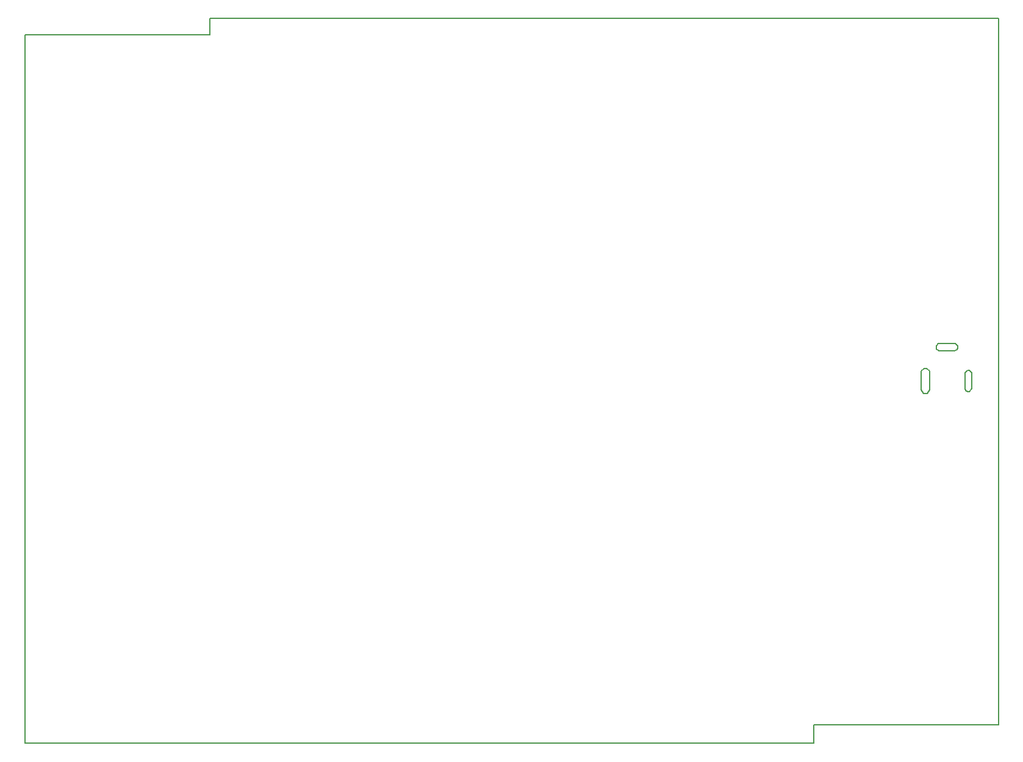
<source format=gm1>
G04 #@! TF.FileFunction,Profile,NP*
%FSLAX46Y46*%
G04 Gerber Fmt 4.6, Leading zero omitted, Abs format (unit mm)*
G04 Created by KiCad (PCBNEW 4.0.7-e2-6376~58~ubuntu16.04.1) date Fri Jun 29 11:13:25 2018*
%MOMM*%
%LPD*%
G01*
G04 APERTURE LIST*
%ADD10C,0.150000*%
G04 APERTURE END LIST*
D10*
X43942000Y-33274000D02*
X43942000Y-129540000D01*
X69596000Y-33274000D02*
X43942000Y-33274000D01*
X69596000Y-30988000D02*
X69596000Y-33274000D01*
X143510000Y-30988000D02*
X69596000Y-30988000D01*
X179070000Y-30988000D02*
X143510000Y-30988000D01*
X179070000Y-129032000D02*
X179070000Y-30988000D01*
X153416000Y-131572000D02*
X143510000Y-131572000D01*
X153416000Y-129032000D02*
X153416000Y-131572000D01*
X179070000Y-129032000D02*
X153416000Y-129032000D01*
X170799500Y-77100000D02*
X170449500Y-76850000D01*
X172949500Y-77100000D02*
X170799500Y-77100000D01*
X173299500Y-76950000D02*
X172949500Y-77100000D01*
X173399500Y-76700000D02*
X173299500Y-76950000D01*
X170699500Y-76100000D02*
X171049500Y-76100000D01*
X170449500Y-76450000D02*
X170699500Y-76100000D01*
X171049500Y-76100000D02*
X173049500Y-76100000D01*
X173049500Y-76100000D02*
X173399500Y-76450000D01*
X173399500Y-76450000D02*
X173399500Y-76700000D01*
X170449500Y-76850000D02*
X170449500Y-76450000D01*
X174549500Y-82600000D02*
X174799500Y-82800000D01*
X174399500Y-82350000D02*
X174549500Y-82600000D01*
X174399500Y-80150000D02*
X174399500Y-82350000D01*
X174749500Y-79800000D02*
X174399500Y-80150000D01*
X175049500Y-79800000D02*
X174749500Y-79800000D01*
X175399500Y-80150000D02*
X175049500Y-79800000D01*
X175399500Y-82350000D02*
X175399500Y-80150000D01*
X175049500Y-82800000D02*
X175399500Y-82350000D01*
X174799500Y-82800000D02*
X175049500Y-82800000D01*
X168299500Y-82550000D02*
X168649500Y-83000000D01*
X168299500Y-80100000D02*
X168299500Y-82550000D01*
X168349500Y-79900000D02*
X168299500Y-80100000D01*
X168749500Y-79550000D02*
X168349500Y-79900000D01*
X169099500Y-79550000D02*
X168749500Y-79550000D01*
X169499500Y-79900000D02*
X169099500Y-79550000D01*
X169499500Y-82550000D02*
X169499500Y-79900000D01*
X169149500Y-83000000D02*
X169499500Y-82550000D01*
X168649500Y-83000000D02*
X169149500Y-83000000D01*
X43942000Y-131572000D02*
X43942000Y-129540000D01*
X143510000Y-131572000D02*
X43942000Y-131572000D01*
M02*

</source>
